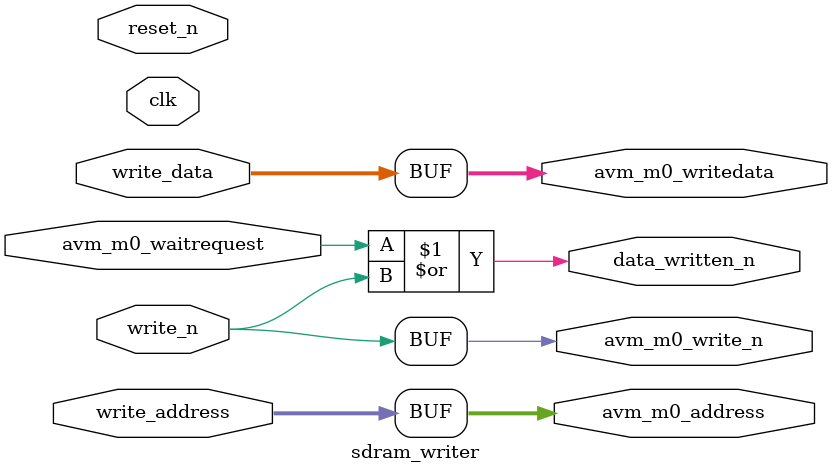
<source format=sv>
module sdram_writer(
	output logic[24:0] avm_m0_address,     //    m0.address
	output logic       avm_m0_write_n,     //      .write_n
	output logic[31:0] avm_m0_writedata,   //      .writedata
	input  logic       avm_m0_waitrequest, //      .waitrequest
	input  logic       clk,                // clock.clk
	input  logic       reset_n,            // reset.reset_n
	input  logic       write_n,
	input  logic[24:0] write_address,
	input  logic[31:0] write_data,
	output logic       data_written_n
);

assign avm_m0_address= write_address;
assign avm_m0_write_n= write_n;
assign avm_m0_writedata= write_data;
assign data_written_n= avm_m0_waitrequest | write_n;

endmodule

</source>
